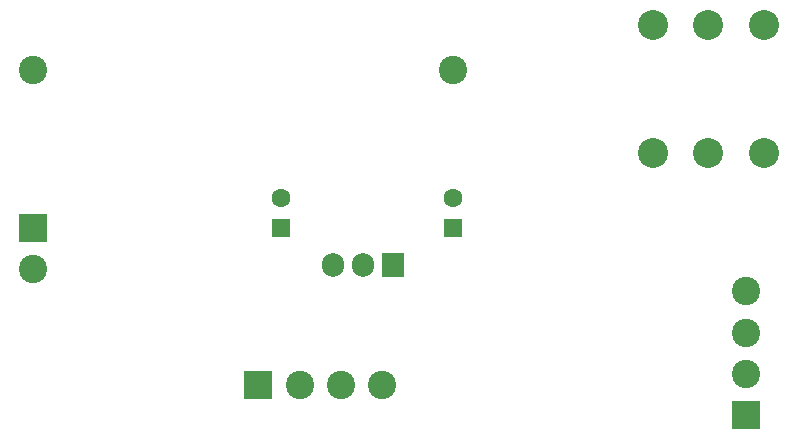
<source format=gbr>
G04 #@! TF.GenerationSoftware,KiCad,Pcbnew,(5.0.0)*
G04 #@! TF.CreationDate,2018-10-30T21:10:31-06:00*
G04 #@! TF.ProjectId,Mini-Rover-Power Distribution,4D696E692D526F7665722D506F776572,rev?*
G04 #@! TF.SameCoordinates,Original*
G04 #@! TF.FileFunction,Soldermask,Top*
G04 #@! TF.FilePolarity,Negative*
%FSLAX46Y46*%
G04 Gerber Fmt 4.6, Leading zero omitted, Abs format (unit mm)*
G04 Created by KiCad (PCBNEW (5.0.0)) date 10/30/18 21:10:31*
%MOMM*%
%LPD*%
G01*
G04 APERTURE LIST*
%ADD10C,2.400000*%
%ADD11R,2.400000X2.400000*%
%ADD12C,1.600000*%
%ADD13R,1.600000X1.600000*%
%ADD14C,2.540000*%
%ADD15O,1.905000X2.000000*%
%ADD16R,1.905000X2.000000*%
G04 APERTURE END LIST*
D10*
G04 #@! TO.C,BT1*
X53594000Y-59761000D03*
D11*
X53594000Y-56261000D03*
G04 #@! TD*
D12*
G04 #@! TO.C,C2*
X74549000Y-53761000D03*
D13*
X74549000Y-56261000D03*
G04 #@! TD*
D10*
G04 #@! TO.C,F1*
X89154000Y-42926000D03*
X53594000Y-42926000D03*
G04 #@! TD*
D11*
G04 #@! TO.C,J1*
X113919000Y-72136000D03*
D10*
X113919000Y-68636000D03*
X113919000Y-65136000D03*
X113919000Y-61636000D03*
G04 #@! TD*
G04 #@! TO.C,J2*
X83144000Y-69596000D03*
X79644000Y-69596000D03*
X76144000Y-69596000D03*
D11*
X72644000Y-69596000D03*
G04 #@! TD*
D14*
G04 #@! TO.C,SW1*
X106045000Y-39116000D03*
X110744000Y-39116000D03*
X115443000Y-39116000D03*
G04 #@! TD*
G04 #@! TO.C,SW2*
X106045000Y-49911000D03*
X110744000Y-49911000D03*
X115443000Y-49911000D03*
G04 #@! TD*
D15*
G04 #@! TO.C,U1*
X78994000Y-59436000D03*
X81534000Y-59436000D03*
D16*
X84074000Y-59436000D03*
G04 #@! TD*
D13*
G04 #@! TO.C,C1*
X89154000Y-56261000D03*
D12*
X89154000Y-53761000D03*
G04 #@! TD*
M02*

</source>
